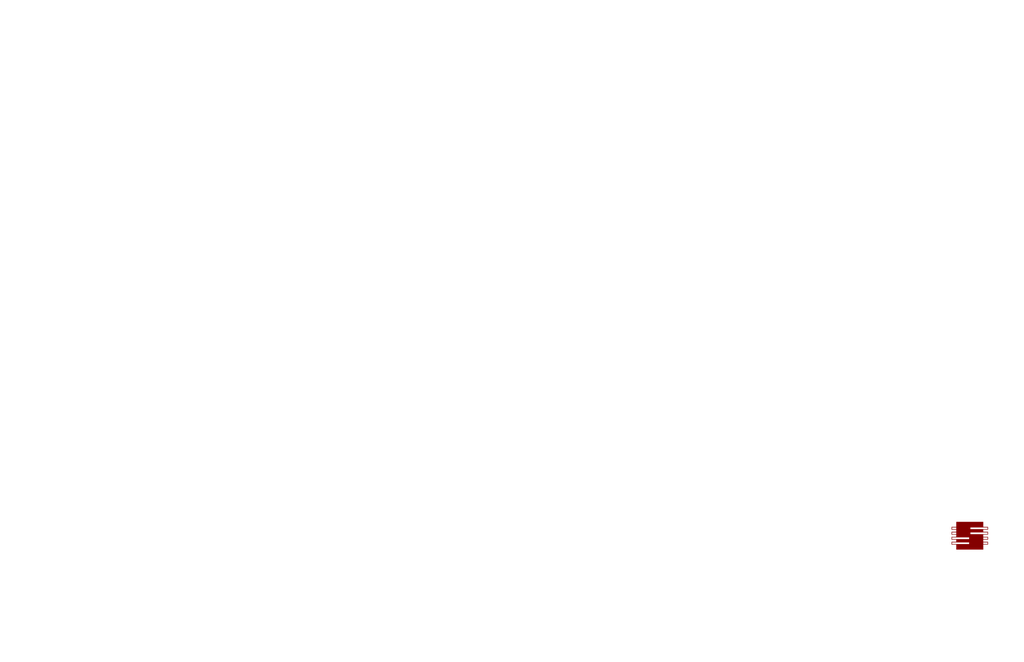
<source format=kicad_sch>
(kicad_sch (version 20211123) (generator eeschema)
  (paper "USLedger")
  (lib_symbols
    (symbol "ENYA_Bitmap:Electronya_Logo" (pin_names (offset 1.016))
      (symbol "Electronya_Logo_0_0"
        (polyline (pts (xy 5.6388 -3.7084) (xy 7.6708 -3.7084) (xy 7.6708 -2.6416) (xy 5.6388 -2.6416) (xy 5.6388 -1.6256) (xy 7.6708 -1.6256) (xy 7.6708 -0.5588) (xy 5.6388 -0.5588) (xy 5.6388 0.508) (xy 7.6708 0.508) (xy 7.6708 1.5748) (xy 5.6388 1.5748) (xy 5.6388 2.5908) (xy 7.6708 2.5908) (xy 7.6708 3.6576) (xy 5.6388 3.6576) (xy 5.6388 5.7912) (xy -5.6388 5.7912) (xy -5.6388 3.6576) (xy -7.6708 3.6576) (xy -7.6708 2.7432) (xy -7.5184 2.7432) (xy -7.5184 3.5052) (xy -5.6388 3.5052) (xy -5.6388 2.7432) (xy 0.254 2.7432) (xy 0.254 3.5052) (xy 7.5184 3.5052) (xy 7.5184 2.7432) (xy 0.254 2.7432) (xy -5.6388 2.7432) (xy -7.5184 2.7432) (xy -7.6708 2.7432) (xy -7.6708 2.5908) (xy -5.6388 2.5908) (xy -5.6388 1.5748) (xy -7.6708 1.5748) (xy -7.6708 0.6096) (xy -7.5184 0.6096) (xy -7.5184 1.4224) (xy -5.6388 1.4224) (xy -5.6388 0.6096) (xy 0.254 0.6096) (xy 0.254 1.4224) (xy 7.5184 1.4224) (xy 7.5184 0.6096) (xy 0.254 0.6096) (xy -5.6388 0.6096) (xy -7.5184 0.6096) (xy -7.6708 0.6096) (xy -7.6708 0.508) (xy -5.6388 0.508) (xy -5.6388 -0.5588) (xy -7.6708 -0.5588) (xy -7.6708 -1.4732) (xy -7.5184 -1.4732) (xy -7.5184 -0.6604) (xy -0.254 -0.6604) (xy -0.254 -1.4732) (xy 5.6388 -1.4732) (xy 5.6388 -0.6604) (xy 7.5184 -0.6604) (xy 7.5184 -1.4732) (xy 5.6388 -1.4732) (xy -0.254 -1.4732) (xy -7.5184 -1.4732) (xy -7.6708 -1.4732) (xy -7.6708 -1.6256) (xy -5.6388 -1.6256) (xy -5.6388 -2.6416) (xy -7.6708 -2.6416) (xy -7.6708 -3.556) (xy -7.5184 -3.556) (xy -7.5184 -2.794) (xy -0.254 -2.794) (xy -0.254 -3.556) (xy 5.6388 -3.556) (xy 5.6388 -2.794) (xy 7.5184 -2.794) (xy 7.5184 -3.556) (xy 5.6388 -3.556) (xy -0.254 -3.556) (xy -7.5184 -3.556) (xy -7.6708 -3.556) (xy -7.6708 -3.7084) (xy -5.6388 -3.7084) (xy -5.6388 -5.842) (xy 5.6388 -5.842) (xy 5.6388 -3.7084)) (stroke (width 0.0254)) (fill (type outline)))
      )
    )
  )
  (symbol (lib_id "ENYA_Bitmap:Electronya_Logo") (at 408.94 226.06 0) (unit 1)
    (property "Reference" "#G1" (effects hide))
    (property "Value" "Electronya_Logo" (effects hide))
    (property "Footprint" "ENYA_Bitmap:Electronya_Logo_12MM" (effects hide))
  )
)
</source>
